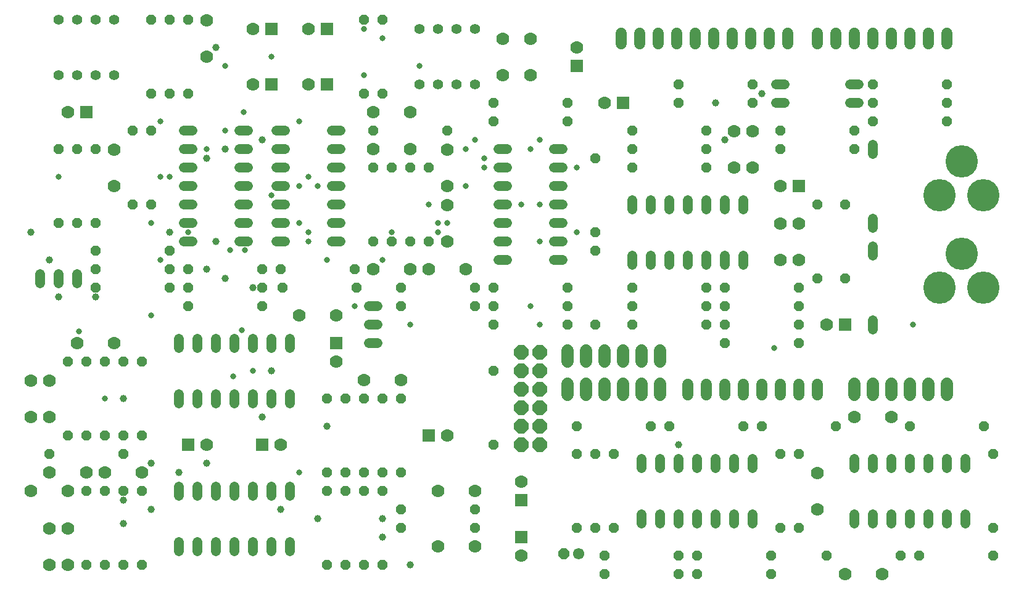
<source format=gbs>
G75*
%MOIN*%
%OFA0B0*%
%FSLAX25Y25*%
%IPPOS*%
%LPD*%
%AMOC8*
5,1,8,0,0,1.08239X$1,22.5*
%
%ADD10C,0.06110*%
%ADD11C,0.06500*%
%ADD12OC8,0.05300*%
%ADD13C,0.07000*%
%ADD14C,0.05300*%
%ADD15OC8,0.06100*%
%ADD16C,0.06100*%
%ADD17OC8,0.07900*%
%ADD18C,0.05500*%
%ADD19C,0.17500*%
%ADD20R,0.07000X0.07000*%
%ADD21C,0.03200*%
%ADD22C,0.03869*%
D10*
X0366800Y0108995D02*
X0366800Y0114605D01*
X0376800Y0114605D02*
X0376800Y0108995D01*
X0386800Y0108995D02*
X0386800Y0114605D01*
X0396800Y0114605D02*
X0396800Y0108995D01*
X0406800Y0108995D02*
X0406800Y0114605D01*
X0416800Y0114605D02*
X0416800Y0108995D01*
X0426800Y0108995D02*
X0426800Y0114605D01*
X0436800Y0114605D02*
X0436800Y0108995D01*
X0436800Y0298995D02*
X0436800Y0304605D01*
X0446800Y0304605D02*
X0446800Y0298995D01*
X0456800Y0298995D02*
X0456800Y0304605D01*
X0466800Y0304605D02*
X0466800Y0298995D01*
X0476800Y0298995D02*
X0476800Y0304605D01*
X0486800Y0304605D02*
X0486800Y0298995D01*
X0496800Y0298995D02*
X0496800Y0304605D01*
X0506800Y0304605D02*
X0506800Y0298995D01*
X0420800Y0298995D02*
X0420800Y0304605D01*
X0410800Y0304605D02*
X0410800Y0298995D01*
X0400800Y0298995D02*
X0400800Y0304605D01*
X0390800Y0304605D02*
X0390800Y0298995D01*
X0380800Y0298995D02*
X0380800Y0304605D01*
X0370800Y0304605D02*
X0370800Y0298995D01*
X0360800Y0298995D02*
X0360800Y0304605D01*
X0350800Y0304605D02*
X0350800Y0298995D01*
X0340800Y0298995D02*
X0340800Y0304605D01*
X0330800Y0304605D02*
X0330800Y0298995D01*
D11*
X0331800Y0132800D02*
X0331800Y0126800D01*
X0341800Y0126800D02*
X0341800Y0132800D01*
X0351800Y0132800D02*
X0351800Y0126800D01*
X0351800Y0114800D02*
X0351800Y0108800D01*
X0341800Y0108800D02*
X0341800Y0114800D01*
X0331800Y0114800D02*
X0331800Y0108800D01*
X0321800Y0108800D02*
X0321800Y0114800D01*
X0311800Y0114800D02*
X0311800Y0108800D01*
X0301800Y0108800D02*
X0301800Y0114800D01*
X0301800Y0126800D02*
X0301800Y0132800D01*
X0311800Y0132800D02*
X0311800Y0126800D01*
X0321800Y0126800D02*
X0321800Y0132800D01*
X0456800Y0114800D02*
X0456800Y0108800D01*
X0466800Y0108800D02*
X0466800Y0114800D01*
X0476800Y0114800D02*
X0476800Y0108800D01*
X0486800Y0108800D02*
X0486800Y0114800D01*
X0496800Y0114800D02*
X0496800Y0108800D01*
X0506800Y0108800D02*
X0506800Y0114800D01*
D12*
X0486800Y0091800D03*
X0446800Y0091800D03*
X0426800Y0076800D03*
X0416800Y0076800D03*
X0406800Y0091800D03*
X0396800Y0091800D03*
X0356800Y0091800D03*
X0346800Y0091800D03*
X0326800Y0076800D03*
X0316800Y0076800D03*
X0306800Y0076800D03*
X0306800Y0091800D03*
X0261800Y0081800D03*
X0211800Y0066800D03*
X0201800Y0066800D03*
X0191800Y0066800D03*
X0181800Y0066800D03*
X0171800Y0066800D03*
X0171800Y0056800D03*
X0181800Y0056800D03*
X0191800Y0056800D03*
X0201800Y0056800D03*
X0211800Y0046800D03*
X0211800Y0036800D03*
X0201800Y0016800D03*
X0191800Y0016800D03*
X0181800Y0016800D03*
X0171800Y0016800D03*
X0251800Y0036800D03*
X0251800Y0046800D03*
X0306800Y0036800D03*
X0316800Y0036800D03*
X0326800Y0036800D03*
X0321800Y0021800D03*
X0321800Y0011800D03*
X0361800Y0011800D03*
X0371800Y0011800D03*
X0371800Y0021800D03*
X0361800Y0021800D03*
X0411800Y0021800D03*
X0411800Y0011800D03*
X0441800Y0021800D03*
X0426800Y0036800D03*
X0416800Y0036800D03*
X0481800Y0021800D03*
X0491800Y0021800D03*
X0531800Y0021800D03*
X0531800Y0036800D03*
X0531800Y0076800D03*
X0526800Y0091800D03*
X0426800Y0136800D03*
X0426800Y0146800D03*
X0426800Y0156800D03*
X0426800Y0166800D03*
X0436800Y0171800D03*
X0451800Y0171800D03*
X0451800Y0211800D03*
X0436800Y0211800D03*
X0416800Y0241800D03*
X0416800Y0251800D03*
X0401800Y0266800D03*
X0401800Y0276800D03*
X0361800Y0276800D03*
X0361800Y0266800D03*
X0376800Y0251800D03*
X0376800Y0241800D03*
X0376800Y0231800D03*
X0336800Y0231800D03*
X0336800Y0241800D03*
X0336800Y0251800D03*
X0316800Y0236800D03*
X0301800Y0256800D03*
X0301800Y0266800D03*
X0261800Y0266800D03*
X0261800Y0256800D03*
X0236800Y0251800D03*
X0226800Y0231800D03*
X0216800Y0231800D03*
X0206800Y0231800D03*
X0196800Y0231800D03*
X0196800Y0251800D03*
X0191800Y0271800D03*
X0201800Y0271800D03*
X0201800Y0311800D03*
X0191800Y0311800D03*
X0096800Y0311800D03*
X0086800Y0311800D03*
X0076800Y0311800D03*
X0076800Y0271800D03*
X0086800Y0271800D03*
X0096800Y0271800D03*
X0076800Y0251800D03*
X0066800Y0251800D03*
X0046800Y0241800D03*
X0036800Y0241800D03*
X0026800Y0241800D03*
X0066800Y0211800D03*
X0076800Y0211800D03*
X0046800Y0201800D03*
X0036800Y0201800D03*
X0026800Y0201800D03*
X0046800Y0186800D03*
X0046800Y0176800D03*
X0046800Y0166800D03*
X0086800Y0166800D03*
X0096800Y0166800D03*
X0096800Y0156800D03*
X0096800Y0176800D03*
X0086800Y0176800D03*
X0086800Y0186800D03*
X0136800Y0176800D03*
X0146800Y0176800D03*
X0147800Y0166800D03*
X0136800Y0166800D03*
X0136800Y0156800D03*
X0187800Y0166800D03*
X0186800Y0176800D03*
X0211800Y0166800D03*
X0211800Y0156800D03*
X0251800Y0156800D03*
X0261800Y0156800D03*
X0261800Y0146800D03*
X0261800Y0166800D03*
X0251800Y0166800D03*
X0226800Y0191800D03*
X0216800Y0191800D03*
X0206800Y0191800D03*
X0196800Y0191800D03*
X0301800Y0166800D03*
X0301800Y0156800D03*
X0301800Y0146800D03*
X0316800Y0146800D03*
X0336800Y0146800D03*
X0336800Y0156800D03*
X0336800Y0166800D03*
X0316800Y0186800D03*
X0316800Y0196800D03*
X0376800Y0166800D03*
X0386800Y0166800D03*
X0386800Y0156800D03*
X0376800Y0156800D03*
X0376800Y0146800D03*
X0386800Y0146800D03*
X0386800Y0136800D03*
X0261800Y0121800D03*
X0211800Y0106800D03*
X0201800Y0106800D03*
X0191800Y0106800D03*
X0181800Y0106800D03*
X0171800Y0106800D03*
X0071800Y0086800D03*
X0061800Y0086800D03*
X0051800Y0086800D03*
X0041800Y0086800D03*
X0031800Y0086800D03*
X0021800Y0076800D03*
X0041800Y0056800D03*
X0051800Y0056800D03*
X0061800Y0056800D03*
X0071800Y0056800D03*
X0061800Y0076800D03*
X0061800Y0126800D03*
X0071800Y0126800D03*
X0051800Y0126800D03*
X0041800Y0126800D03*
X0031800Y0126800D03*
X0041800Y0016800D03*
X0051800Y0016800D03*
X0061800Y0016800D03*
X0071800Y0016800D03*
X0456800Y0241800D03*
X0456800Y0251800D03*
X0466800Y0256800D03*
X0466800Y0266800D03*
X0466800Y0276800D03*
X0506800Y0276800D03*
X0506800Y0266800D03*
X0506800Y0256800D03*
D13*
X0021800Y0016957D03*
X0031800Y0016957D03*
X0031800Y0036643D03*
X0021800Y0036643D03*
X0011957Y0056800D03*
X0021957Y0066800D03*
X0031643Y0056800D03*
X0041643Y0066800D03*
X0051957Y0066800D03*
X0071643Y0066800D03*
X0106800Y0081800D03*
X0146800Y0081800D03*
X0191957Y0116800D03*
X0176800Y0126800D03*
X0211643Y0116800D03*
X0236800Y0086800D03*
X0276800Y0061800D03*
X0251643Y0056800D03*
X0231957Y0056800D03*
X0231957Y0026800D03*
X0251643Y0026800D03*
X0276800Y0021800D03*
X0436800Y0046957D03*
X0436800Y0066643D03*
X0456957Y0096800D03*
X0476643Y0096800D03*
X0441800Y0146800D03*
X0426800Y0181957D03*
X0416800Y0181957D03*
X0416800Y0201643D03*
X0426800Y0201643D03*
X0416800Y0221800D03*
X0401800Y0231957D03*
X0391800Y0231957D03*
X0391800Y0251643D03*
X0401800Y0251643D03*
X0321800Y0266800D03*
X0281800Y0281957D03*
X0266800Y0281957D03*
X0266800Y0301643D03*
X0281800Y0301643D03*
X0306800Y0296800D03*
X0216643Y0261800D03*
X0196957Y0261800D03*
X0196957Y0241800D03*
X0216643Y0241800D03*
X0236800Y0241643D03*
X0236800Y0221957D03*
X0236800Y0211643D03*
X0236800Y0191957D03*
X0226957Y0176800D03*
X0216643Y0176800D03*
X0196957Y0176800D03*
X0176643Y0151800D03*
X0156957Y0151800D03*
X0246643Y0176800D03*
X0161800Y0276800D03*
X0131800Y0276800D03*
X0106800Y0291957D03*
X0131800Y0306800D03*
X0106800Y0311643D03*
X0161800Y0306800D03*
X0056800Y0241643D03*
X0056800Y0221957D03*
X0031800Y0261800D03*
X0036957Y0136800D03*
X0056643Y0136800D03*
X0021800Y0116643D03*
X0011800Y0116643D03*
X0011800Y0096957D03*
X0021800Y0096957D03*
X0451957Y0011800D03*
X0471643Y0011800D03*
D14*
X0466800Y0039400D02*
X0466800Y0044200D01*
X0476800Y0044200D02*
X0476800Y0039400D01*
X0486800Y0039400D02*
X0486800Y0044200D01*
X0496800Y0044200D02*
X0496800Y0039400D01*
X0506800Y0039400D02*
X0506800Y0044200D01*
X0516800Y0044200D02*
X0516800Y0039400D01*
X0516800Y0069400D02*
X0516800Y0074200D01*
X0506800Y0074200D02*
X0506800Y0069400D01*
X0496800Y0069400D02*
X0496800Y0074200D01*
X0486800Y0074200D02*
X0486800Y0069400D01*
X0476800Y0069400D02*
X0476800Y0074200D01*
X0466800Y0074200D02*
X0466800Y0069400D01*
X0456800Y0069400D02*
X0456800Y0074200D01*
X0456800Y0044200D02*
X0456800Y0039400D01*
X0401800Y0039400D02*
X0401800Y0044200D01*
X0391800Y0044200D02*
X0391800Y0039400D01*
X0381800Y0039400D02*
X0381800Y0044200D01*
X0371800Y0044200D02*
X0371800Y0039400D01*
X0361800Y0039400D02*
X0361800Y0044200D01*
X0351800Y0044200D02*
X0351800Y0039400D01*
X0341800Y0039400D02*
X0341800Y0044200D01*
X0341800Y0069400D02*
X0341800Y0074200D01*
X0351800Y0074200D02*
X0351800Y0069400D01*
X0361800Y0069400D02*
X0361800Y0074200D01*
X0371800Y0074200D02*
X0371800Y0069400D01*
X0381800Y0069400D02*
X0381800Y0074200D01*
X0391800Y0074200D02*
X0391800Y0069400D01*
X0401800Y0069400D02*
X0401800Y0074200D01*
X0466800Y0144400D02*
X0466800Y0149200D01*
X0466800Y0184400D02*
X0466800Y0189200D01*
X0466800Y0199400D02*
X0466800Y0204200D01*
X0466800Y0239400D02*
X0466800Y0244200D01*
X0459200Y0266800D02*
X0454400Y0266800D01*
X0454400Y0276800D02*
X0459200Y0276800D01*
X0419200Y0276800D02*
X0414400Y0276800D01*
X0414400Y0266800D02*
X0419200Y0266800D01*
X0396800Y0214200D02*
X0396800Y0209400D01*
X0386800Y0209400D02*
X0386800Y0214200D01*
X0376800Y0214200D02*
X0376800Y0209400D01*
X0366800Y0209400D02*
X0366800Y0214200D01*
X0356800Y0214200D02*
X0356800Y0209400D01*
X0346800Y0209400D02*
X0346800Y0214200D01*
X0336800Y0214200D02*
X0336800Y0209400D01*
X0299200Y0211800D02*
X0294400Y0211800D01*
X0294400Y0201800D02*
X0299200Y0201800D01*
X0299200Y0191800D02*
X0294400Y0191800D01*
X0294400Y0181800D02*
X0299200Y0181800D01*
X0269200Y0181800D02*
X0264400Y0181800D01*
X0264400Y0191800D02*
X0269200Y0191800D01*
X0269200Y0201800D02*
X0264400Y0201800D01*
X0264400Y0211800D02*
X0269200Y0211800D01*
X0269200Y0221800D02*
X0264400Y0221800D01*
X0264400Y0231800D02*
X0269200Y0231800D01*
X0269200Y0241800D02*
X0264400Y0241800D01*
X0294400Y0241800D02*
X0299200Y0241800D01*
X0299200Y0231800D02*
X0294400Y0231800D01*
X0294400Y0221800D02*
X0299200Y0221800D01*
X0336800Y0184200D02*
X0336800Y0179400D01*
X0346800Y0179400D02*
X0346800Y0184200D01*
X0356800Y0184200D02*
X0356800Y0179400D01*
X0366800Y0179400D02*
X0366800Y0184200D01*
X0376800Y0184200D02*
X0376800Y0179400D01*
X0386800Y0179400D02*
X0386800Y0184200D01*
X0396800Y0184200D02*
X0396800Y0179400D01*
X0199200Y0156800D02*
X0194400Y0156800D01*
X0194400Y0146800D02*
X0199200Y0146800D01*
X0199200Y0136800D02*
X0194400Y0136800D01*
X0151800Y0139200D02*
X0151800Y0134400D01*
X0141800Y0134400D02*
X0141800Y0139200D01*
X0131800Y0139200D02*
X0131800Y0134400D01*
X0121800Y0134400D02*
X0121800Y0139200D01*
X0111800Y0139200D02*
X0111800Y0134400D01*
X0101800Y0134400D02*
X0101800Y0139200D01*
X0091800Y0139200D02*
X0091800Y0134400D01*
X0091800Y0109200D02*
X0091800Y0104400D01*
X0101800Y0104400D02*
X0101800Y0109200D01*
X0111800Y0109200D02*
X0111800Y0104400D01*
X0121800Y0104400D02*
X0121800Y0109200D01*
X0131800Y0109200D02*
X0131800Y0104400D01*
X0141800Y0104400D02*
X0141800Y0109200D01*
X0151800Y0109200D02*
X0151800Y0104400D01*
X0151800Y0059200D02*
X0151800Y0054400D01*
X0141800Y0054400D02*
X0141800Y0059200D01*
X0131800Y0059200D02*
X0131800Y0054400D01*
X0121800Y0054400D02*
X0121800Y0059200D01*
X0111800Y0059200D02*
X0111800Y0054400D01*
X0101800Y0054400D02*
X0101800Y0059200D01*
X0091800Y0059200D02*
X0091800Y0054400D01*
X0091800Y0029200D02*
X0091800Y0024400D01*
X0101800Y0024400D02*
X0101800Y0029200D01*
X0111800Y0029200D02*
X0111800Y0024400D01*
X0121800Y0024400D02*
X0121800Y0029200D01*
X0131800Y0029200D02*
X0131800Y0024400D01*
X0141800Y0024400D02*
X0141800Y0029200D01*
X0151800Y0029200D02*
X0151800Y0024400D01*
X0036800Y0169400D02*
X0036800Y0174200D01*
X0026800Y0174200D02*
X0026800Y0169400D01*
X0016800Y0169400D02*
X0016800Y0174200D01*
X0094400Y0191800D02*
X0099200Y0191800D01*
X0099200Y0201800D02*
X0094400Y0201800D01*
X0094400Y0211800D02*
X0099200Y0211800D01*
X0099200Y0221800D02*
X0094400Y0221800D01*
X0094400Y0231800D02*
X0099200Y0231800D01*
X0099200Y0241800D02*
X0094400Y0241800D01*
X0094400Y0251800D02*
X0099200Y0251800D01*
X0124400Y0251800D02*
X0129200Y0251800D01*
X0129200Y0241800D02*
X0124400Y0241800D01*
X0124400Y0231800D02*
X0129200Y0231800D01*
X0129200Y0221800D02*
X0124400Y0221800D01*
X0124400Y0211800D02*
X0129200Y0211800D01*
X0129200Y0201800D02*
X0124400Y0201800D01*
X0124400Y0191800D02*
X0129200Y0191800D01*
X0144400Y0191800D02*
X0149200Y0191800D01*
X0149200Y0201800D02*
X0144400Y0201800D01*
X0144400Y0211800D02*
X0149200Y0211800D01*
X0149200Y0221800D02*
X0144400Y0221800D01*
X0144400Y0231800D02*
X0149200Y0231800D01*
X0149200Y0241800D02*
X0144400Y0241800D01*
X0144400Y0251800D02*
X0149200Y0251800D01*
X0174400Y0251800D02*
X0179200Y0251800D01*
X0179200Y0241800D02*
X0174400Y0241800D01*
X0174400Y0231800D02*
X0179200Y0231800D01*
X0179200Y0221800D02*
X0174400Y0221800D01*
X0174400Y0211800D02*
X0179200Y0211800D01*
X0179200Y0201800D02*
X0174400Y0201800D01*
X0174400Y0191800D02*
X0179200Y0191800D01*
D15*
X0299800Y0022800D03*
D16*
X0307800Y0022800D03*
D17*
X0286800Y0081800D03*
X0276800Y0081800D03*
X0276800Y0091800D03*
X0286800Y0091800D03*
X0286800Y0101800D03*
X0276800Y0101800D03*
X0276800Y0111800D03*
X0286800Y0111800D03*
X0286800Y0121800D03*
X0276800Y0121800D03*
X0276800Y0131800D03*
X0286800Y0131800D03*
D18*
X0251800Y0276800D03*
X0241800Y0276800D03*
X0231800Y0276800D03*
X0221800Y0276800D03*
X0221800Y0306800D03*
X0231800Y0306800D03*
X0241800Y0306800D03*
X0251800Y0306800D03*
X0056800Y0311800D03*
X0046800Y0311800D03*
X0036800Y0311800D03*
X0026800Y0311800D03*
X0026800Y0281800D03*
X0036800Y0281800D03*
X0046800Y0281800D03*
X0056800Y0281800D03*
D19*
X0502863Y0216800D03*
X0526485Y0216800D03*
X0514674Y0235304D03*
X0514674Y0185304D03*
X0502863Y0166800D03*
X0526485Y0166800D03*
D20*
X0451800Y0146800D03*
X0426800Y0221800D03*
X0331800Y0266800D03*
X0306800Y0286800D03*
X0171800Y0276800D03*
X0141800Y0276800D03*
X0141800Y0306800D03*
X0171800Y0306800D03*
X0041800Y0261800D03*
X0176800Y0136800D03*
X0226800Y0086800D03*
X0276800Y0051800D03*
X0276800Y0031800D03*
X0136800Y0081800D03*
X0096800Y0081800D03*
D21*
X0051800Y0106800D03*
X0037700Y0143300D03*
X0076800Y0151800D03*
X0125900Y0144000D03*
X0131800Y0121800D03*
X0121000Y0118800D03*
X0186800Y0156800D03*
X0216800Y0146800D03*
X0201800Y0181800D03*
X0206800Y0196800D03*
X0226800Y0211800D03*
X0231800Y0201800D03*
X0236800Y0201800D03*
X0231800Y0196800D03*
X0246800Y0221800D03*
X0256800Y0231800D03*
X0256800Y0236800D03*
X0246800Y0241800D03*
X0251800Y0246800D03*
X0281800Y0241800D03*
X0286800Y0246800D03*
X0306800Y0231800D03*
X0286800Y0211800D03*
X0276800Y0211800D03*
X0306800Y0196800D03*
X0286800Y0191800D03*
X0281800Y0156800D03*
X0286800Y0146800D03*
X0171800Y0181800D03*
X0161800Y0191800D03*
X0161800Y0196800D03*
X0156800Y0201800D03*
X0141800Y0216800D03*
X0156800Y0221800D03*
X0161800Y0226800D03*
X0166800Y0221800D03*
X0116800Y0251800D03*
X0106800Y0241800D03*
X0086800Y0226800D03*
X0081800Y0226800D03*
X0076800Y0201800D03*
X0096800Y0196800D03*
X0081800Y0181800D03*
X0119600Y0187400D03*
X0127300Y0187400D03*
X0026800Y0226800D03*
X0081800Y0256800D03*
X0126800Y0261800D03*
X0156800Y0256800D03*
X0191800Y0281800D03*
X0221800Y0286800D03*
X0201800Y0301800D03*
X0191800Y0306800D03*
X0141800Y0291800D03*
X0116800Y0286800D03*
X0413600Y0134200D03*
X0488500Y0146800D03*
X0156800Y0066800D03*
D22*
X0146800Y0046800D03*
X0166800Y0041800D03*
X0201800Y0041800D03*
X0201800Y0031800D03*
X0216800Y0016800D03*
X0106800Y0071800D03*
X0091800Y0066800D03*
X0076800Y0071800D03*
X0061800Y0051800D03*
X0076800Y0046800D03*
X0061800Y0039300D03*
X0136800Y0096800D03*
X0171800Y0091800D03*
X0141800Y0121800D03*
X0131800Y0166800D03*
X0116800Y0171800D03*
X0106800Y0176800D03*
X0111800Y0191800D03*
X0086800Y0196800D03*
X0046800Y0161800D03*
X0026800Y0161800D03*
X0021800Y0181800D03*
X0011800Y0196800D03*
X0106800Y0236800D03*
X0116800Y0241800D03*
X0136800Y0246800D03*
X0111800Y0296800D03*
X0381800Y0266800D03*
X0406800Y0271800D03*
X0386800Y0246800D03*
X0361800Y0081800D03*
X0061800Y0106800D03*
M02*

</source>
